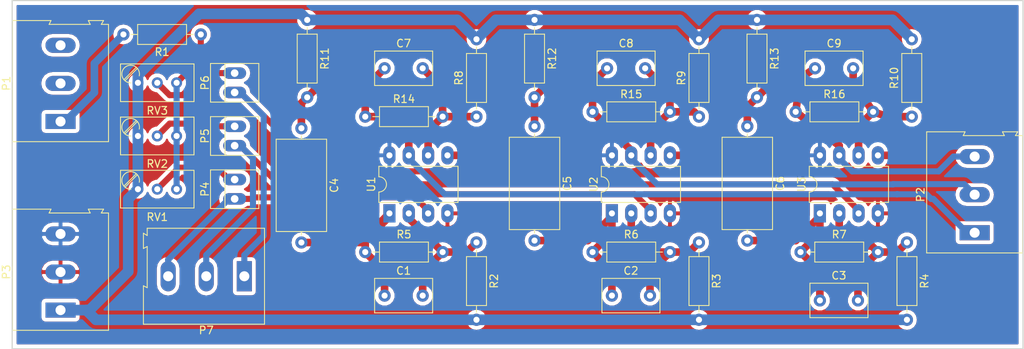
<source format=kicad_pcb>
(kicad_pcb (version 4) (host pcbnew 4.0.5)
  (layers (0 F.Cu signal) (31 B.Cu signal) (34 B.Paste user) (35 F.Paste user) (36 B.SilkS user) (37 F.SilkS user) (38 B.Mask user) (39 F.Mask user) (44 Edge.Cuts user))
  (net 0 "")
  (net 1 "Net-(C1-Pad1)")
  (net 2 "Net-(C1-Pad2)")
  (net 3 "Net-(C2-Pad1)")
  (net 4 "Net-(C2-Pad2)")
  (net 5 "Net-(C3-Pad1)")
  (net 6 "Net-(C3-Pad2)")
  (net 7 "Net-(C4-Pad1)")
  (net 8 "Net-(C5-Pad1)")
  (net 9 "Net-(C6-Pad1)")
  (net 10 DI)
  (net 11 "Net-(C7-Pad2)")
  (net 12 DII)
  (net 13 "Net-(C8-Pad2)")
  (net 14 DIII)
  (net 15 "Net-(C9-Pad2)")
  (net 16 Vin)
  (net 17 "Net-(P1-Pad2)")
  (net 18 "Net-(P1-Pad3)")
  (net 19 +2V5)
  (net 20 -5V)
  (net 21 +9V)
  (net 22 "Net-(R1-Pad1)")
  (net 23 DinIII)
  (net 24 DinII)
  (net 25 DinI)
  (net 26 "Net-(P4-Pad2)")
  (net 27 "Net-(P5-Pad2)")
  (net 28 "Net-(P6-Pad2)")
  (module Housings_DIP:DIP-8_W7.62mm_LongPads (layer F.Cu) (at 172.085 119.38 90)
    (fp_text reference U1 (at 3.81 -2.39 90) (layer F.SilkS))
    (fp_text value OPA2134)
    (pad 1 thru_hole rect (at 0 0 90) (size 2.4 1.6) (drill 0.8) (layers *.Cu *.Mask) (net 1 "Net-(C1-Pad1)"))
    (pad 5 thru_hole oval (at 7.62 7.62 90) (size 2.4 1.6) (drill 0.8) (layers *.Cu *.Mask) (net 7 "Net-(C4-Pad1)"))
    (pad 2 thru_hole oval (at 0 2.54 90) (size 2.4 1.6) (drill 0.8) (layers *.Cu *.Mask) (net 2 "Net-(C1-Pad2)"))
    (pad 6 thru_hole oval (at 7.62 5.08 90) (size 2.4 1.6) (drill 0.8) (layers *.Cu *.Mask) (net 11 "Net-(C7-Pad2)"))
    (pad 3 thru_hole oval (at 0 5.08 90) (size 2.4 1.6) (drill 0.8) (layers *.Cu *.Mask) (net 25 DinI))
    (pad 7 thru_hole oval (at 7.62 2.54 90) (size 2.4 1.6) (drill 0.8) (layers *.Cu *.Mask) (net 10 DI))
    (pad 4 thru_hole oval (at 0 7.62 90) (size 2.4 1.6) (drill 0.8) (layers *.Cu *.Mask) (net 20 -5V))
    (pad 8 thru_hole oval (at 7.62 0 90) (size 2.4 1.6) (drill 0.8) (layers *.Cu *.Mask) (net 21 +9V))
  )
  (module Capacitors_THT:C_Axial_L12.0mm_D6.5mm_P15.00mm_Horizontal (layer F.Cu) (at 160.528 108.204 270)
    (fp_text reference C4 (at 7.5 -4.31 270) (layer F.SilkS))
    (fp_text value 1u)
    (pad 1 thru_hole circle (at 0 0 270) (size 1.6 1.6) (drill 0.8) (layers *.Cu *.Mask) (net 7 "Net-(C4-Pad1)"))
    (pad 2 thru_hole oval (at 15 0 270) (size 1.6 1.6) (drill 0.8) (layers *.Cu *.Mask) (net 1 "Net-(C1-Pad1)"))
  )
  (module Capacitors_THT:C_Disc_D7.5mm_W4.4mm_P5.00mm (layer F.Cu) (at 171.45 130.175)
    (fp_text reference C1 (at 2.5 -3.26) (layer F.SilkS))
    (fp_text value 39n)
    (pad 1 thru_hole circle (at 0 0) (size 1.6 1.6) (drill 0.8) (layers *.Cu *.Mask) (net 1 "Net-(C1-Pad1)"))
    (pad 2 thru_hole circle (at 5 0) (size 1.6 1.6) (drill 0.8) (layers *.Cu *.Mask) (net 2 "Net-(C1-Pad2)"))
  )
  (module Capacitors_THT:C_Disc_D7.5mm_W4.4mm_P5.00mm (layer F.Cu) (at 201.295 130.175)
    (fp_text reference C2 (at 2.5 -3.26) (layer F.SilkS))
    (fp_text value 39n)
    (pad 1 thru_hole circle (at 0 0) (size 1.6 1.6) (drill 0.8) (layers *.Cu *.Mask) (net 3 "Net-(C2-Pad1)"))
    (pad 2 thru_hole circle (at 5 0) (size 1.6 1.6) (drill 0.8) (layers *.Cu *.Mask) (net 4 "Net-(C2-Pad2)"))
  )
  (module Capacitors_THT:C_Disc_D7.5mm_W4.4mm_P5.00mm (layer F.Cu) (at 228.6 130.81)
    (fp_text reference C3 (at 2.5 -3.26) (layer F.SilkS))
    (fp_text value 39n)
    (pad 1 thru_hole circle (at 0 0) (size 1.6 1.6) (drill 0.8) (layers *.Cu *.Mask) (net 5 "Net-(C3-Pad1)"))
    (pad 2 thru_hole circle (at 5 0) (size 1.6 1.6) (drill 0.8) (layers *.Cu *.Mask) (net 6 "Net-(C3-Pad2)"))
  )
  (module Capacitors_THT:C_Axial_L12.0mm_D6.5mm_P15.00mm_Horizontal (layer F.Cu) (at 191.135 107.95 270)
    (fp_text reference C5 (at 7.5 -4.31 270) (layer F.SilkS))
    (fp_text value 1u)
    (pad 1 thru_hole circle (at 0 0 270) (size 1.6 1.6) (drill 0.8) (layers *.Cu *.Mask) (net 8 "Net-(C5-Pad1)"))
    (pad 2 thru_hole oval (at 15 0 270) (size 1.6 1.6) (drill 0.8) (layers *.Cu *.Mask) (net 3 "Net-(C2-Pad1)"))
  )
  (module Capacitors_THT:C_Axial_L12.0mm_D6.5mm_P15.00mm_Horizontal (layer F.Cu) (at 219.075 107.95 270)
    (fp_text reference C6 (at 7.5 -4.31 270) (layer F.SilkS))
    (fp_text value 1u)
    (pad 1 thru_hole circle (at 0 0 270) (size 1.6 1.6) (drill 0.8) (layers *.Cu *.Mask) (net 9 "Net-(C6-Pad1)"))
    (pad 2 thru_hole oval (at 15 0 270) (size 1.6 1.6) (drill 0.8) (layers *.Cu *.Mask) (net 5 "Net-(C3-Pad1)"))
  )
  (module Capacitors_THT:C_Disc_D7.5mm_W4.4mm_P5.00mm (layer F.Cu) (at 171.45 100.33)
    (fp_text reference C7 (at 2.5 -3.26) (layer F.SilkS))
    (fp_text value 39n)
    (pad 1 thru_hole circle (at 0 0) (size 1.6 1.6) (drill 0.8) (layers *.Cu *.Mask) (net 10 DI))
    (pad 2 thru_hole circle (at 5 0) (size 1.6 1.6) (drill 0.8) (layers *.Cu *.Mask) (net 11 "Net-(C7-Pad2)"))
  )
  (module Capacitors_THT:C_Disc_D7.5mm_W4.4mm_P5.00mm (layer F.Cu) (at 200.66 100.33)
    (fp_text reference C8 (at 2.5 -3.26) (layer F.SilkS))
    (fp_text value 39n)
    (pad 1 thru_hole circle (at 0 0) (size 1.6 1.6) (drill 0.8) (layers *.Cu *.Mask) (net 12 DII))
    (pad 2 thru_hole circle (at 5 0) (size 1.6 1.6) (drill 0.8) (layers *.Cu *.Mask) (net 13 "Net-(C8-Pad2)"))
  )
  (module Capacitors_THT:C_Disc_D7.5mm_W4.4mm_P5.00mm (layer F.Cu) (at 227.965 100.33)
    (fp_text reference C9 (at 2.5 -3.26) (layer F.SilkS))
    (fp_text value 39n)
    (pad 1 thru_hole circle (at 0 0) (size 1.6 1.6) (drill 0.8) (layers *.Cu *.Mask) (net 14 DIII))
    (pad 2 thru_hole circle (at 5 0) (size 1.6 1.6) (drill 0.8) (layers *.Cu *.Mask) (net 15 "Net-(C9-Pad2)"))
  )
  (module Connectors:AK300-3 (layer F.Cu) (at 128.905 107.315 90)
    (fp_text reference P1 (at 5 -7.1 90) (layer F.SilkS))
    (fp_text value Entrada)
    (pad 1 thru_hole rect (at 0 0 90) (size 1.98 3.96) (drill 1.32) (layers *.Cu F.Paste F.Mask) (net 16 Vin))
    (pad 2 thru_hole oval (at 5 0 90) (size 1.98 3.96) (drill 1.32) (layers *.Cu F.Paste F.Mask) (net 17 "Net-(P1-Pad2)"))
    (pad 3 thru_hole oval (at 10 0 90) (size 1.98 3.96) (drill 1.32) (layers *.Cu F.Paste F.Mask) (net 18 "Net-(P1-Pad3)"))
  )
  (module Connectors:AK300-3 (layer F.Cu) (at 248.92 121.92 90)
    (fp_text reference P2 (at 5 -7.1 90) (layer F.SilkS))
    (fp_text value Saídas)
    (pad 1 thru_hole rect (at 0 0 90) (size 1.98 3.96) (drill 1.32) (layers *.Cu F.Paste F.Mask) (net 10 DI))
    (pad 2 thru_hole oval (at 5 0 90) (size 1.98 3.96) (drill 1.32) (layers *.Cu F.Paste F.Mask) (net 12 DII))
    (pad 3 thru_hole oval (at 10 0 90) (size 1.98 3.96) (drill 1.32) (layers *.Cu F.Paste F.Mask) (net 14 DIII))
  )
  (module Connectors:AK300-3 (layer F.Cu) (at 128.905 132.08 90)
    (fp_text reference P3 (at 5 -7.1 90) (layer F.SilkS))
    (fp_text value Alimentação)
    (pad 1 thru_hole rect (at 0 0 90) (size 1.98 3.96) (drill 1.32) (layers *.Cu F.Paste F.Mask) (net 19 +2V5))
    (pad 2 thru_hole oval (at 5 0 90) (size 1.98 3.96) (drill 1.32) (layers *.Cu F.Paste F.Mask) (net 20 -5V))
    (pad 3 thru_hole oval (at 10 0 90) (size 1.98 3.96) (drill 1.32) (layers *.Cu F.Paste F.Mask) (net 21 +9V))
  )
  (module Resistors_THT:R_Axial_DIN0207_L6.3mm_D2.5mm_P10.16mm_Horizontal (layer F.Cu) (at 147.32 95.885 180)
    (fp_text reference R1 (at 5.08 -2.31 180) (layer F.SilkS))
    (fp_text value 1M)
    (pad 1 thru_hole circle (at 0 0 180) (size 1.6 1.6) (drill 0.8) (layers *.Cu *.Mask) (net 22 "Net-(R1-Pad1)"))
    (pad 2 thru_hole oval (at 10.16 0 180) (size 1.6 1.6) (drill 0.8) (layers *.Cu *.Mask) (net 16 Vin))
  )
  (module Resistors_THT:R_Axial_DIN0207_L6.3mm_D2.5mm_P10.16mm_Horizontal (layer F.Cu) (at 183.515 123.19 270)
    (fp_text reference R2 (at 5.08 -2.31 270) (layer F.SilkS))
    (fp_text value 10k)
    (pad 1 thru_hole circle (at 0 0 270) (size 1.6 1.6) (drill 0.8) (layers *.Cu *.Mask) (net 2 "Net-(C1-Pad2)"))
    (pad 2 thru_hole oval (at 10.16 0 270) (size 1.6 1.6) (drill 0.8) (layers *.Cu *.Mask) (net 19 +2V5))
  )
  (module Resistors_THT:R_Axial_DIN0207_L6.3mm_D2.5mm_P10.16mm_Horizontal (layer F.Cu) (at 212.725 123.19 270)
    (fp_text reference R3 (at 5.08 -2.31 270) (layer F.SilkS))
    (fp_text value 10k)
    (pad 1 thru_hole circle (at 0 0 270) (size 1.6 1.6) (drill 0.8) (layers *.Cu *.Mask) (net 4 "Net-(C2-Pad2)"))
    (pad 2 thru_hole oval (at 10.16 0 270) (size 1.6 1.6) (drill 0.8) (layers *.Cu *.Mask) (net 19 +2V5))
  )
  (module Resistors_THT:R_Axial_DIN0207_L6.3mm_D2.5mm_P10.16mm_Horizontal (layer F.Cu) (at 240.03 123.19 270)
    (fp_text reference R4 (at 5.08 -2.31 270) (layer F.SilkS))
    (fp_text value 10k)
    (pad 1 thru_hole circle (at 0 0 270) (size 1.6 1.6) (drill 0.8) (layers *.Cu *.Mask) (net 6 "Net-(C3-Pad2)"))
    (pad 2 thru_hole oval (at 10.16 0 270) (size 1.6 1.6) (drill 0.8) (layers *.Cu *.Mask) (net 19 +2V5))
  )
  (module Resistors_THT:R_Axial_DIN0207_L6.3mm_D2.5mm_P10.16mm_Horizontal (layer F.Cu) (at 168.91 124.46)
    (fp_text reference R5 (at 5.08 -2.31) (layer F.SilkS))
    (fp_text value 100k)
    (pad 1 thru_hole circle (at 0 0) (size 1.6 1.6) (drill 0.8) (layers *.Cu *.Mask) (net 1 "Net-(C1-Pad1)"))
    (pad 2 thru_hole oval (at 10.16 0) (size 1.6 1.6) (drill 0.8) (layers *.Cu *.Mask) (net 2 "Net-(C1-Pad2)"))
  )
  (module Resistors_THT:R_Axial_DIN0207_L6.3mm_D2.5mm_P10.16mm_Horizontal (layer F.Cu) (at 198.755 124.46)
    (fp_text reference R6 (at 5.08 -2.31) (layer F.SilkS))
    (fp_text value 100k)
    (pad 1 thru_hole circle (at 0 0) (size 1.6 1.6) (drill 0.8) (layers *.Cu *.Mask) (net 3 "Net-(C2-Pad1)"))
    (pad 2 thru_hole oval (at 10.16 0) (size 1.6 1.6) (drill 0.8) (layers *.Cu *.Mask) (net 4 "Net-(C2-Pad2)"))
  )
  (module Resistors_THT:R_Axial_DIN0207_L6.3mm_D2.5mm_P10.16mm_Horizontal (layer F.Cu) (at 226.06 124.46)
    (fp_text reference R7 (at 5.08 -2.31) (layer F.SilkS))
    (fp_text value 100k)
    (pad 1 thru_hole circle (at 0 0) (size 1.6 1.6) (drill 0.8) (layers *.Cu *.Mask) (net 5 "Net-(C3-Pad1)"))
    (pad 2 thru_hole oval (at 10.16 0) (size 1.6 1.6) (drill 0.8) (layers *.Cu *.Mask) (net 6 "Net-(C3-Pad2)"))
  )
  (module Resistors_THT:R_Axial_DIN0207_L6.3mm_D2.5mm_P10.16mm_Horizontal (layer F.Cu) (at 183.515 106.68 90)
    (fp_text reference R8 (at 5.08 -2.31 90) (layer F.SilkS))
    (fp_text value 2k)
    (pad 1 thru_hole circle (at 0 0 90) (size 1.6 1.6) (drill 0.8) (layers *.Cu *.Mask) (net 11 "Net-(C7-Pad2)"))
    (pad 2 thru_hole oval (at 10.16 0 90) (size 1.6 1.6) (drill 0.8) (layers *.Cu *.Mask) (net 19 +2V5))
  )
  (module Resistors_THT:R_Axial_DIN0207_L6.3mm_D2.5mm_P10.16mm_Horizontal (layer F.Cu) (at 212.725 106.68 90)
    (fp_text reference R9 (at 5.08 -2.31 90) (layer F.SilkS))
    (fp_text value 2k)
    (pad 1 thru_hole circle (at 0 0 90) (size 1.6 1.6) (drill 0.8) (layers *.Cu *.Mask) (net 13 "Net-(C8-Pad2)"))
    (pad 2 thru_hole oval (at 10.16 0 90) (size 1.6 1.6) (drill 0.8) (layers *.Cu *.Mask) (net 19 +2V5))
  )
  (module Resistors_THT:R_Axial_DIN0207_L6.3mm_D2.5mm_P10.16mm_Horizontal (layer F.Cu) (at 240.665 106.68 90)
    (fp_text reference R10 (at 5.08 -2.31 90) (layer F.SilkS))
    (fp_text value 2k)
    (pad 1 thru_hole circle (at 0 0 90) (size 1.6 1.6) (drill 0.8) (layers *.Cu *.Mask) (net 15 "Net-(C9-Pad2)"))
    (pad 2 thru_hole oval (at 10.16 0 90) (size 1.6 1.6) (drill 0.8) (layers *.Cu *.Mask) (net 19 +2V5))
  )
  (module Resistors_THT:R_Axial_DIN0207_L6.3mm_D2.5mm_P10.16mm_Horizontal (layer F.Cu) (at 161.29 93.98 270)
    (fp_text reference R11 (at 5.08 -2.31 270) (layer F.SilkS))
    (fp_text value 318k)
    (pad 1 thru_hole circle (at 0 0 270) (size 1.6 1.6) (drill 0.8) (layers *.Cu *.Mask) (net 19 +2V5))
    (pad 2 thru_hole oval (at 10.16 0 270) (size 1.6 1.6) (drill 0.8) (layers *.Cu *.Mask) (net 7 "Net-(C4-Pad1)"))
  )
  (module Resistors_THT:R_Axial_DIN0207_L6.3mm_D2.5mm_P10.16mm_Horizontal (layer F.Cu) (at 191.135 93.98 270)
    (fp_text reference R12 (at 5.08 -2.31 270) (layer F.SilkS))
    (fp_text value 318k)
    (pad 1 thru_hole circle (at 0 0 270) (size 1.6 1.6) (drill 0.8) (layers *.Cu *.Mask) (net 19 +2V5))
    (pad 2 thru_hole oval (at 10.16 0 270) (size 1.6 1.6) (drill 0.8) (layers *.Cu *.Mask) (net 8 "Net-(C5-Pad1)"))
  )
  (module Resistors_THT:R_Axial_DIN0207_L6.3mm_D2.5mm_P10.16mm_Horizontal (layer F.Cu) (at 220.345 93.98 270)
    (fp_text reference R13 (at 5.08 -2.31 270) (layer F.SilkS))
    (fp_text value 318k)
    (pad 1 thru_hole circle (at 0 0 270) (size 1.6 1.6) (drill 0.8) (layers *.Cu *.Mask) (net 19 +2V5))
    (pad 2 thru_hole oval (at 10.16 0 270) (size 1.6 1.6) (drill 0.8) (layers *.Cu *.Mask) (net 9 "Net-(C6-Pad1)"))
  )
  (module Resistors_THT:R_Axial_DIN0207_L6.3mm_D2.5mm_P10.16mm_Horizontal (layer F.Cu) (at 168.91 106.68)
    (fp_text reference R14 (at 5.08 -2.31) (layer F.SilkS))
    (fp_text value 100k)
    (pad 1 thru_hole circle (at 0 0) (size 1.6 1.6) (drill 0.8) (layers *.Cu *.Mask) (net 10 DI))
    (pad 2 thru_hole oval (at 10.16 0) (size 1.6 1.6) (drill 0.8) (layers *.Cu *.Mask) (net 11 "Net-(C7-Pad2)"))
  )
  (module Resistors_THT:R_Axial_DIN0207_L6.3mm_D2.5mm_P10.16mm_Horizontal (layer F.Cu) (at 198.755 106.045)
    (fp_text reference R15 (at 5.08 -2.31) (layer F.SilkS))
    (fp_text value 100k)
    (pad 1 thru_hole circle (at 0 0) (size 1.6 1.6) (drill 0.8) (layers *.Cu *.Mask) (net 12 DII))
    (pad 2 thru_hole oval (at 10.16 0) (size 1.6 1.6) (drill 0.8) (layers *.Cu *.Mask) (net 13 "Net-(C8-Pad2)"))
  )
  (module Resistors_THT:R_Axial_DIN0207_L6.3mm_D2.5mm_P10.16mm_Horizontal (layer F.Cu) (at 225.425 106.045)
    (fp_text reference R16 (at 5.08 -2.31) (layer F.SilkS))
    (fp_text value 100k)
    (pad 1 thru_hole circle (at 0 0) (size 1.6 1.6) (drill 0.8) (layers *.Cu *.Mask) (net 14 DIII))
    (pad 2 thru_hole oval (at 10.16 0) (size 1.6 1.6) (drill 0.8) (layers *.Cu *.Mask) (net 15 "Net-(C9-Pad2)"))
  )
  (module Potentiometers:Potentiometer_Trimmer_Bourns_3296W (layer F.Cu) (at 139.065 116.205 180)
    (fp_text reference RV1 (at -2.54 -3.66 180) (layer F.SilkS))
    (fp_text value 20k)
    (pad 1 thru_hole circle (at 0 0 180) (size 1.44 1.44) (drill 0.8) (layers *.Cu *.Mask) (net 19 +2V5))
    (pad 2 thru_hole circle (at -2.54 0 180) (size 1.44 1.44) (drill 0.8) (layers *.Cu *.Mask) (net 26 "Net-(P4-Pad2)"))
    (pad 3 thru_hole circle (at -5.08 0 180) (size 1.44 1.44) (drill 0.8) (layers *.Cu *.Mask) (net 22 "Net-(R1-Pad1)"))
  )
  (module Potentiometers:Potentiometer_Trimmer_Bourns_3296W (layer F.Cu) (at 139.065 109.22 180)
    (fp_text reference RV2 (at -2.54 -3.66 180) (layer F.SilkS))
    (fp_text value 20k)
    (pad 1 thru_hole circle (at 0 0 180) (size 1.44 1.44) (drill 0.8) (layers *.Cu *.Mask) (net 19 +2V5))
    (pad 2 thru_hole circle (at -2.54 0 180) (size 1.44 1.44) (drill 0.8) (layers *.Cu *.Mask) (net 27 "Net-(P5-Pad2)"))
    (pad 3 thru_hole circle (at -5.08 0 180) (size 1.44 1.44) (drill 0.8) (layers *.Cu *.Mask) (net 22 "Net-(R1-Pad1)"))
  )
  (module Potentiometers:Potentiometer_Trimmer_Bourns_3296W (layer F.Cu) (at 139.065 102.235 180)
    (fp_text reference RV3 (at -2.54 -3.66 180) (layer F.SilkS))
    (fp_text value 20k)
    (pad 1 thru_hole circle (at 0 0 180) (size 1.44 1.44) (drill 0.8) (layers *.Cu *.Mask) (net 19 +2V5))
    (pad 2 thru_hole circle (at -2.54 0 180) (size 1.44 1.44) (drill 0.8) (layers *.Cu *.Mask) (net 28 "Net-(P6-Pad2)"))
    (pad 3 thru_hole circle (at -5.08 0 180) (size 1.44 1.44) (drill 0.8) (layers *.Cu *.Mask) (net 22 "Net-(R1-Pad1)"))
  )
  (module Housings_DIP:DIP-8_W7.62mm_LongPads (layer F.Cu) (at 201.295 119.38 90)
    (fp_text reference U2 (at 3.81 -2.39 90) (layer F.SilkS))
    (fp_text value OPA2134)
    (pad 1 thru_hole rect (at 0 0 90) (size 2.4 1.6) (drill 0.8) (layers *.Cu *.Mask) (net 3 "Net-(C2-Pad1)"))
    (pad 5 thru_hole oval (at 7.62 7.62 90) (size 2.4 1.6) (drill 0.8) (layers *.Cu *.Mask) (net 8 "Net-(C5-Pad1)"))
    (pad 2 thru_hole oval (at 0 2.54 90) (size 2.4 1.6) (drill 0.8) (layers *.Cu *.Mask) (net 4 "Net-(C2-Pad2)"))
    (pad 6 thru_hole oval (at 7.62 5.08 90) (size 2.4 1.6) (drill 0.8) (layers *.Cu *.Mask) (net 13 "Net-(C8-Pad2)"))
    (pad 3 thru_hole oval (at 0 5.08 90) (size 2.4 1.6) (drill 0.8) (layers *.Cu *.Mask) (net 24 DinII))
    (pad 7 thru_hole oval (at 7.62 2.54 90) (size 2.4 1.6) (drill 0.8) (layers *.Cu *.Mask) (net 12 DII))
    (pad 4 thru_hole oval (at 0 7.62 90) (size 2.4 1.6) (drill 0.8) (layers *.Cu *.Mask) (net 20 -5V))
    (pad 8 thru_hole oval (at 7.62 0 90) (size 2.4 1.6) (drill 0.8) (layers *.Cu *.Mask) (net 21 +9V))
  )
  (module Housings_DIP:DIP-8_W7.62mm_LongPads (layer F.Cu) (at 228.6 119.38 90)
    (fp_text reference U3 (at 3.81 -2.39 90) (layer F.SilkS))
    (fp_text value OPA2134)
    (pad 1 thru_hole rect (at 0 0 90) (size 2.4 1.6) (drill 0.8) (layers *.Cu *.Mask) (net 5 "Net-(C3-Pad1)"))
    (pad 5 thru_hole oval (at 7.62 7.62 90) (size 2.4 1.6) (drill 0.8) (layers *.Cu *.Mask) (net 9 "Net-(C6-Pad1)"))
    (pad 2 thru_hole oval (at 0 2.54 90) (size 2.4 1.6) (drill 0.8) (layers *.Cu *.Mask) (net 6 "Net-(C3-Pad2)"))
    (pad 6 thru_hole oval (at 7.62 5.08 90) (size 2.4 1.6) (drill 0.8) (layers *.Cu *.Mask) (net 15 "Net-(C9-Pad2)"))
    (pad 3 thru_hole oval (at 0 5.08 90) (size 2.4 1.6) (drill 0.8) (layers *.Cu *.Mask) (net 23 DinIII))
    (pad 7 thru_hole oval (at 7.62 2.54 90) (size 2.4 1.6) (drill 0.8) (layers *.Cu *.Mask) (net 14 DIII))
    (pad 4 thru_hole oval (at 0 7.62 90) (size 2.4 1.6) (drill 0.8) (layers *.Cu *.Mask) (net 20 -5V))
    (pad 8 thru_hole oval (at 7.62 0 90) (size 2.4 1.6) (drill 0.8) (layers *.Cu *.Mask) (net 21 +9V))
  )
  (module Connectors:AK300-3 (layer F.Cu) (at 153.035 127.635 180)
    (fp_text reference P7 (at 5 -7.1 180) (layer F.SilkS))
    (fp_text value Derivações)
    (pad 1 thru_hole rect (at 0 0 180) (size 1.98 3.96) (drill 1.32) (layers *.Cu F.Paste F.Mask) (net 23 DinIII))
    (pad 2 thru_hole oval (at 5 0 180) (size 1.98 3.96) (drill 1.32) (layers *.Cu F.Paste F.Mask) (net 24 DinII))
    (pad 3 thru_hole oval (at 10 0 180) (size 1.98 3.96) (drill 1.32) (layers *.Cu F.Paste F.Mask) (net 25 DinI))
  )
  (module Connectors:PINHEAD1-2 (layer F.Cu) (at 151.765 117.475 90)
    (fp_text reference P4 (at 1.27 -3.9 90) (layer F.SilkS))
    (fp_text value CONN_01X02)
    (pad 1 thru_hole oval (at 0 0 90) (size 1.51 3.01) (drill 1) (layers *.Cu *.Mask) (net 25 DinI))
    (pad 2 thru_hole oval (at 2.54 0 90) (size 1.51 3.01) (drill 1) (layers *.Cu *.Mask) (net 26 "Net-(P4-Pad2)"))
  )
  (module Connectors:PINHEAD1-2 (layer F.Cu) (at 151.765 110.49 90)
    (fp_text reference P5 (at 1.27 -3.9 90) (layer F.SilkS))
    (fp_text value CONN_01X02)
    (pad 1 thru_hole oval (at 0 0 90) (size 1.51 3.01) (drill 1) (layers *.Cu *.Mask) (net 24 DinII))
    (pad 2 thru_hole oval (at 2.54 0 90) (size 1.51 3.01) (drill 1) (layers *.Cu *.Mask) (net 27 "Net-(P5-Pad2)"))
  )
  (module Connectors:PINHEAD1-2 (layer F.Cu) (at 151.765 103.505 90)
    (fp_text reference P6 (at 1.27 -3.9 90) (layer F.SilkS))
    (fp_text value CONN_01X02)
    (pad 1 thru_hole oval (at 0 0 90) (size 1.51 3.01) (drill 1) (layers *.Cu *.Mask) (net 23 DinIII))
    (pad 2 thru_hole oval (at 2.54 0 90) (size 1.51 3.01) (drill 1) (layers *.Cu *.Mask) (net 28 "Net-(P6-Pad2)"))
  )
  (gr_line (start 255.27 91.44) (end 255.27 137.16) (angle 90) (layer Edge.Cuts) (width 0.15))
  (gr_line (start 255.27 137.16) (end 122.555 137.16) (angle 90) (layer Edge.Cuts) (width 0.15))
  (gr_line (start 122.555 91.44) (end 255.27 91.44) (angle 90) (layer Edge.Cuts) (width 0.15))
  (gr_line (start 122.555 137.16) (end 122.555 91.44) (angle 90) (layer Edge.Cuts) (width 0.15))
  (segment (start 160.528 123.204) (end 168.661 123.204) (width 1) (layer F.Cu) (net 1))
  (segment (start 168.661 123.204) (end 172.085 119.78) (width 1) (layer F.Cu) (net 1))
  (segment (start 172.085 119.78) (end 172.085 119.38) (width 1) (layer F.Cu) (net 1))
  (segment (start 171.45 130.175) (end 171.45 127) (width 1) (layer F.Cu) (net 1))
  (segment (start 171.45 127) (end 168.91 124.46) (width 1) (layer F.Cu) (net 1))
  (segment (start 168.91 124.46) (end 168.91 122.555) (width 1) (layer F.Cu) (net 1))
  (segment (start 168.91 122.555) (end 172.085 119.38) (width 1) (layer F.Cu) (net 1))
  (segment (start 179.07 124.46) (end 182.245 124.46) (width 1) (layer F.Cu) (net 2))
  (segment (start 182.245 124.46) (end 183.515 123.19) (width 1) (layer F.Cu) (net 2))
  (segment (start 176.45 130.175) (end 176.45 127.08) (width 1) (layer F.Cu) (net 2))
  (segment (start 176.45 127.08) (end 179.07 124.46) (width 1) (layer F.Cu) (net 2))
  (segment (start 179.07 124.46) (end 174.625 120.015) (width 1) (layer F.Cu) (net 2))
  (segment (start 174.625 120.015) (end 174.625 119.38) (width 1) (layer F.Cu) (net 2))
  (segment (start 191.135 122.95) (end 198.125 122.95) (width 1) (layer F.Cu) (net 3))
  (segment (start 198.125 122.95) (end 201.295 119.78) (width 1) (layer F.Cu) (net 3))
  (segment (start 201.295 119.78) (end 201.295 119.38) (width 1) (layer F.Cu) (net 3))
  (segment (start 201.295 130.175) (end 201.295 127) (width 1) (layer F.Cu) (net 3))
  (segment (start 201.295 127) (end 198.755 124.46) (width 1) (layer F.Cu) (net 3))
  (segment (start 201.295 119.38) (end 201.295 121.92) (width 1) (layer F.Cu) (net 3))
  (segment (start 201.295 121.92) (end 198.755 124.46) (width 1) (layer F.Cu) (net 3))
  (segment (start 208.915 124.46) (end 211.455 124.46) (width 1) (layer F.Cu) (net 4))
  (segment (start 211.455 124.46) (end 212.725 123.19) (width 1) (layer F.Cu) (net 4))
  (segment (start 203.835 119.38) (end 203.835 121.58) (width 1) (layer F.Cu) (net 4))
  (segment (start 203.835 121.58) (end 206.715 124.46) (width 1) (layer F.Cu) (net 4))
  (segment (start 206.715 124.46) (end 208.915 124.46) (width 1) (layer F.Cu) (net 4))
  (segment (start 206.295 130.175) (end 206.295 127.08) (width 1) (layer F.Cu) (net 4))
  (segment (start 206.295 127.08) (end 208.915 124.46) (width 1) (layer F.Cu) (net 4))
  (segment (start 219.075 122.95) (end 225.43 122.95) (width 1) (layer F.Cu) (net 5))
  (segment (start 225.43 122.95) (end 228.6 119.78) (width 1) (layer F.Cu) (net 5))
  (segment (start 228.6 119.78) (end 228.6 119.38) (width 1) (layer F.Cu) (net 5))
  (segment (start 228.6 130.81) (end 228.6 127) (width 1) (layer F.Cu) (net 5))
  (segment (start 228.6 127) (end 226.06 124.46) (width 1) (layer F.Cu) (net 5))
  (segment (start 228.6 119.38) (end 228.6 121.92) (width 1) (layer F.Cu) (net 5))
  (segment (start 228.6 121.92) (end 226.06 124.46) (width 1) (layer F.Cu) (net 5))
  (segment (start 236.22 124.46) (end 238.76 124.46) (width 1) (layer F.Cu) (net 6))
  (segment (start 238.76 124.46) (end 240.03 123.19) (width 1) (layer F.Cu) (net 6))
  (segment (start 236.22 124.46) (end 235.420001 123.660001) (width 1) (layer F.Cu) (net 6))
  (segment (start 235.420001 123.660001) (end 233.220001 123.660001) (width 1) (layer F.Cu) (net 6))
  (segment (start 233.220001 123.660001) (end 231.14 121.58) (width 1) (layer F.Cu) (net 6))
  (segment (start 231.14 121.58) (end 231.14 119.38) (width 1) (layer F.Cu) (net 6))
  (segment (start 233.6 130.81) (end 233.6 127.08) (width 1) (layer F.Cu) (net 6))
  (segment (start 233.6 127.08) (end 236.22 124.46) (width 1) (layer F.Cu) (net 6))
  (segment (start 179.705 111.76) (end 181.505 111.76) (width 1) (layer F.Cu) (net 7))
  (segment (start 181.505 111.76) (end 185.315001 107.949999) (width 1) (layer F.Cu) (net 7))
  (segment (start 185.315001 107.949999) (end 185.315001 105.815999) (width 1) (layer F.Cu) (net 7))
  (segment (start 185.315001 105.815999) (end 178.029001 98.529999) (width 1) (layer F.Cu) (net 7))
  (segment (start 178.029001 98.529999) (end 166.900001 98.529999) (width 1) (layer F.Cu) (net 7))
  (segment (start 166.900001 98.529999) (end 162.089999 103.340001) (width 1) (layer F.Cu) (net 7))
  (segment (start 162.089999 103.340001) (end 161.29 104.14) (width 1) (layer F.Cu) (net 7))
  (segment (start 160.528 108.204) (end 160.528 104.902) (width 1) (layer F.Cu) (net 7))
  (segment (start 160.528 104.902) (end 161.29 104.14) (width 1) (layer F.Cu) (net 7))
  (segment (start 208.915 111.76) (end 210.715 111.76) (width 1) (layer F.Cu) (net 8))
  (segment (start 210.715 111.76) (end 214.525001 107.949999) (width 1) (layer F.Cu) (net 8))
  (segment (start 214.525001 107.949999) (end 214.525001 105.815999) (width 1) (layer F.Cu) (net 8))
  (segment (start 214.525001 105.815999) (end 207.239001 98.529999) (width 1) (layer F.Cu) (net 8))
  (segment (start 207.239001 98.529999) (end 196.745001 98.529999) (width 1) (layer F.Cu) (net 8))
  (segment (start 196.745001 98.529999) (end 191.934999 103.340001) (width 1) (layer F.Cu) (net 8))
  (segment (start 191.934999 103.340001) (end 191.135 104.14) (width 1) (layer F.Cu) (net 8))
  (segment (start 191.135 107.95) (end 191.135 104.14) (width 1) (layer F.Cu) (net 8))
  (segment (start 236.22 111.76) (end 238.249002 111.76) (width 1) (layer F.Cu) (net 9))
  (segment (start 238.249002 111.76) (end 242.465001 107.544001) (width 1) (layer F.Cu) (net 9))
  (segment (start 242.465001 107.544001) (end 242.465001 105.815999) (width 1) (layer F.Cu) (net 9))
  (segment (start 242.465001 105.815999) (end 235.179001 98.529999) (width 1) (layer F.Cu) (net 9))
  (segment (start 235.179001 98.529999) (end 225.955001 98.529999) (width 1) (layer F.Cu) (net 9))
  (segment (start 225.955001 98.529999) (end 221.144999 103.340001) (width 1) (layer F.Cu) (net 9))
  (segment (start 221.144999 103.340001) (end 220.345 104.14) (width 1) (layer F.Cu) (net 9))
  (segment (start 219.075 107.95) (end 219.075 105.41) (width 1) (layer F.Cu) (net 9))
  (segment (start 219.075 105.41) (end 220.345 104.14) (width 1) (layer F.Cu) (net 9))
  (segment (start 238.72999 116.87001) (end 242.60001 116.87001) (width 0.8) (layer B.Cu) (net 10))
  (segment (start 242.60001 116.87001) (end 243.205 117.475) (width 0.8) (layer B.Cu) (net 10))
  (segment (start 243.205 117.475) (end 243.485 117.475) (width 0.8) (layer B.Cu) (net 10))
  (segment (start 243.485 117.475) (end 247.93 121.92) (width 0.8) (layer B.Cu) (net 10))
  (segment (start 247.93 121.92) (end 248.92 121.92) (width 0.8) (layer B.Cu) (net 10))
  (segment (start 238.72999 116.87001) (end 238.76 116.84) (width 0.8) (layer B.Cu) (net 10))
  (segment (start 179.33501 116.87001) (end 238.72999 116.87001) (width 0.8) (layer B.Cu) (net 10))
  (segment (start 174.625 112.16) (end 179.33501 116.87001) (width 0.8) (layer B.Cu) (net 10))
  (segment (start 174.625 111.76) (end 174.625 112.16) (width 0.8) (layer B.Cu) (net 10))
  (segment (start 168.91 106.68) (end 168.91 102.87) (width 1) (layer F.Cu) (net 10))
  (segment (start 168.91 102.87) (end 171.45 100.33) (width 1) (layer F.Cu) (net 10))
  (segment (start 174.625 111.76) (end 174.625 109.56) (width 1) (layer F.Cu) (net 10))
  (segment (start 174.625 109.56) (end 171.745 106.68) (width 1) (layer F.Cu) (net 10))
  (segment (start 171.745 106.68) (end 170.04137 106.68) (width 1) (layer F.Cu) (net 10))
  (segment (start 170.04137 106.68) (end 168.91 106.68) (width 1) (layer F.Cu) (net 10))
  (segment (start 179.07 106.68) (end 179.07 102.95) (width 1) (layer F.Cu) (net 11))
  (segment (start 179.07 102.95) (end 176.45 100.33) (width 1) (layer F.Cu) (net 11))
  (segment (start 179.07 106.68) (end 183.515 106.68) (width 1) (layer F.Cu) (net 11))
  (segment (start 177.8 107.95) (end 179.07 106.68) (width 1) (layer F.Cu) (net 11))
  (segment (start 177.165 111.76) (end 177.165 108.585) (width 1) (layer F.Cu) (net 11))
  (segment (start 177.165 108.585) (end 177.8 107.95) (width 1) (layer F.Cu) (net 11))
  (segment (start 203.835 111.76) (end 203.835 112.16) (width 0.8) (layer B.Cu) (net 12))
  (segment (start 203.835 112.16) (end 207.245 115.57) (width 0.8) (layer B.Cu) (net 12))
  (segment (start 207.245 115.57) (end 238.19151 115.57) (width 0.8) (layer B.Cu) (net 12))
  (segment (start 238.19151 115.57) (end 238.221518 115.539992) (width 0.8) (layer B.Cu) (net 12))
  (segment (start 238.221518 115.539992) (end 247.539992 115.539992) (width 0.8) (layer B.Cu) (net 12))
  (segment (start 247.539992 115.539992) (end 248.92 116.92) (width 0.8) (layer B.Cu) (net 12))
  (segment (start 198.755 106.045) (end 198.755 102.235) (width 1) (layer F.Cu) (net 12))
  (segment (start 198.755 102.235) (end 200.66 100.33) (width 1) (layer F.Cu) (net 12))
  (segment (start 203.835 111.76) (end 203.835 111.125) (width 1) (layer F.Cu) (net 12))
  (segment (start 203.835 111.125) (end 198.755 106.045) (width 1) (layer F.Cu) (net 12))
  (segment (start 208.915 106.045) (end 208.915 103.585) (width 1) (layer F.Cu) (net 13))
  (segment (start 208.915 103.585) (end 205.66 100.33) (width 1) (layer F.Cu) (net 13))
  (segment (start 208.915 106.045) (end 212.09 106.045) (width 1) (layer F.Cu) (net 13))
  (segment (start 212.09 106.045) (end 212.725 106.68) (width 1) (layer F.Cu) (net 13))
  (segment (start 206.375 111.76) (end 206.375 108.585) (width 1) (layer F.Cu) (net 13))
  (segment (start 206.375 108.585) (end 208.915 106.045) (width 1) (layer F.Cu) (net 13))
  (segment (start 231.14 111.76) (end 231.14 112.16) (width 0.8) (layer B.Cu) (net 14))
  (segment (start 231.14 112.16) (end 232.84001 113.86001) (width 0.8) (layer B.Cu) (net 14))
  (segment (start 232.84001 113.86001) (end 244.19999 113.86001) (width 0.8) (layer B.Cu) (net 14))
  (segment (start 244.19999 113.86001) (end 246.14 111.92) (width 0.8) (layer B.Cu) (net 14))
  (segment (start 246.14 111.92) (end 248.92 111.92) (width 0.8) (layer B.Cu) (net 14))
  (segment (start 225.425 106.045) (end 226.06 101.6) (width 1) (layer F.Cu) (net 14))
  (segment (start 226.06 101.6) (end 227.965 100.33) (width 1) (layer F.Cu) (net 14))
  (segment (start 231.14 111.76) (end 231.14 110.49) (width 1) (layer F.Cu) (net 14))
  (segment (start 231.14 110.49) (end 225.425 106.045) (width 1) (layer F.Cu) (net 14))
  (segment (start 240.665 106.68) (end 237.49 106.68) (width 1) (layer F.Cu) (net 15))
  (segment (start 237.49 106.68) (end 235.585 106.045) (width 1) (layer F.Cu) (net 15))
  (segment (start 232.965 100.33) (end 232.965 102.155) (width 1) (layer F.Cu) (net 15))
  (segment (start 232.965 102.155) (end 235.585 106.045) (width 1) (layer F.Cu) (net 15))
  (segment (start 233.68 111.76) (end 233.68 107.95) (width 1) (layer F.Cu) (net 15))
  (segment (start 233.68 107.95) (end 235.585 106.045) (width 1) (layer F.Cu) (net 15))
  (segment (start 128.905 107.315) (end 129.54 107.315) (width 1) (layer B.Cu) (net 16))
  (segment (start 129.54 107.315) (end 133.35 103.505) (width 1) (layer B.Cu) (net 16))
  (segment (start 133.35 99.695) (end 137.16 95.885) (width 1) (layer B.Cu) (net 16))
  (segment (start 133.35 103.505) (end 133.35 99.695) (width 1) (layer B.Cu) (net 16))
  (segment (start 129.895 107.315) (end 128.905 107.315) (width 0.8) (layer F.Cu) (net 16))
  (segment (start 212.725 133.35) (end 183.515 133.35) (width 1.4) (layer B.Cu) (net 19))
  (segment (start 240.03 133.35) (end 238.89863 133.35) (width 1.4) (layer B.Cu) (net 19))
  (segment (start 238.89863 133.35) (end 212.725 133.35) (width 1.4) (layer B.Cu) (net 19))
  (segment (start 220.345 93.98) (end 238.125 93.98) (width 1.4) (layer B.Cu) (net 19))
  (segment (start 238.125 93.98) (end 240.665 96.52) (width 1.4) (layer B.Cu) (net 19))
  (segment (start 212.725 96.52) (end 215.265 93.98) (width 1.4) (layer B.Cu) (net 19))
  (segment (start 215.265 93.98) (end 220.345 93.98) (width 1.4) (layer B.Cu) (net 19))
  (segment (start 191.135 93.98) (end 210.185 93.98) (width 1.4) (layer B.Cu) (net 19))
  (segment (start 210.185 93.98) (end 212.725 96.52) (width 1.4) (layer B.Cu) (net 19))
  (segment (start 186.055 93.98) (end 191.135 93.98) (width 1.4) (layer B.Cu) (net 19))
  (segment (start 183.515 96.52) (end 186.055 93.98) (width 1.4) (layer B.Cu) (net 19))
  (segment (start 161.29 93.98) (end 180.975 93.98) (width 1.4) (layer B.Cu) (net 19))
  (segment (start 180.975 93.98) (end 183.515 96.52) (width 1.4) (layer B.Cu) (net 19))
  (segment (start 139.065 102.235) (end 139.065 101.216767) (width 1.4) (layer B.Cu) (net 19))
  (segment (start 139.065 101.216767) (end 147.101766 93.180001) (width 1.4) (layer B.Cu) (net 19))
  (segment (start 147.101766 93.180001) (end 160.490001 93.180001) (width 1.4) (layer B.Cu) (net 19))
  (segment (start 160.490001 93.180001) (end 161.29 93.98) (width 1.4) (layer B.Cu) (net 19))
  (segment (start 139.065 109.22) (end 139.065 102.235) (width 1.4) (layer B.Cu) (net 19))
  (segment (start 139.065 116.205) (end 139.065 109.22) (width 1.4) (layer B.Cu) (net 19))
  (segment (start 137.795 127) (end 137.795 117.475) (width 1.4) (layer B.Cu) (net 19))
  (segment (start 137.795 117.475) (end 139.065 116.205) (width 1.4) (layer B.Cu) (net 19))
  (segment (start 132.715 132.08) (end 137.795 127) (width 1.4) (layer B.Cu) (net 19))
  (segment (start 132.285 132.08) (end 132.715 132.08) (width 1.4) (layer B.Cu) (net 19))
  (segment (start 128.905 132.08) (end 132.285 132.08) (width 1.4) (layer B.Cu) (net 19))
  (segment (start 132.285 132.08) (end 133.555 133.35) (width 1.4) (layer B.Cu) (net 19))
  (segment (start 133.555 133.35) (end 182.38363 133.35) (width 1.4) (layer B.Cu) (net 19))
  (segment (start 182.38363 133.35) (end 183.515 133.35) (width 1.4) (layer B.Cu) (net 19))
  (segment (start 129.895 132.08) (end 128.905 132.08) (width 1) (layer F.Cu) (net 19))
  (segment (start 172.085 111.76) (end 172.085 111.36) (width 1) (layer F.Cu) (net 21))
  (segment (start 144.145 109.22) (end 144.145 116.205) (width 0.8) (layer B.Cu) (net 22))
  (segment (start 144.145 102.235) (end 144.145 109.22) (width 0.8) (layer B.Cu) (net 22))
  (segment (start 147.32 95.885) (end 147.32 99.06) (width 0.8) (layer F.Cu) (net 22))
  (segment (start 147.32 99.06) (end 144.145 102.235) (width 0.8) (layer F.Cu) (net 22))
  (segment (start 155.575 122.315) (end 155.575 106.565) (width 0.8) (layer B.Cu) (net 23))
  (segment (start 155.575 106.565) (end 152.515 103.505) (width 0.8) (layer B.Cu) (net 23))
  (segment (start 152.515 103.505) (end 151.765 103.505) (width 0.8) (layer B.Cu) (net 23))
  (segment (start 153.035 127.635) (end 153.035 124.855) (width 0.8) (layer B.Cu) (net 23))
  (segment (start 153.035 124.855) (end 155.575 122.315) (width 0.8) (layer B.Cu) (net 23))
  (segment (start 233.68 118.98) (end 230.27 115.57) (width 0.8) (layer F.Cu) (net 23))
  (segment (start 230.27 115.57) (end 179.07 115.57) (width 0.8) (layer F.Cu) (net 23))
  (segment (start 179.07 115.57) (end 177.36001 113.86001) (width 0.8) (layer F.Cu) (net 23))
  (segment (start 177.36001 113.86001) (end 162.87001 113.86001) (width 0.8) (layer F.Cu) (net 23))
  (segment (start 162.87001 113.86001) (end 152.515 103.505) (width 0.8) (layer F.Cu) (net 23))
  (segment (start 152.515 103.505) (end 151.765 103.505) (width 0.8) (layer F.Cu) (net 23))
  (segment (start 233.68 119.38) (end 233.68 118.98) (width 0.6) (layer F.Cu) (net 23))
  (segment (start 148.035 127.635) (end 148.035 124.855) (width 0.8) (layer B.Cu) (net 24))
  (segment (start 148.035 124.855) (end 154.17001 118.71999) (width 0.8) (layer B.Cu) (net 24))
  (segment (start 154.17001 118.71999) (end 154.17001 112.14501) (width 0.8) (layer B.Cu) (net 24))
  (segment (start 154.17001 112.14501) (end 152.515 110.49) (width 0.8) (layer B.Cu) (net 24))
  (segment (start 152.515 110.49) (end 151.765 110.49) (width 0.8) (layer B.Cu) (net 24))
  (segment (start 152.515 110.49) (end 151.765 110.49) (width 0.8) (layer F.Cu) (net 24))
  (segment (start 157.595 115.57) (end 152.515 110.49) (width 0.8) (layer F.Cu) (net 24))
  (segment (start 177.231508 115.57) (end 157.595 115.57) (width 0.8) (layer F.Cu) (net 24))
  (segment (start 178.531518 116.870011) (end 177.231508 115.57) (width 0.8) (layer F.Cu) (net 24))
  (segment (start 204.265011 116.870011) (end 178.531518 116.870011) (width 0.8) (layer F.Cu) (net 24))
  (segment (start 206.375 118.98) (end 204.265011 116.870011) (width 0.8) (layer F.Cu) (net 24))
  (segment (start 206.375 119.38) (end 206.375 118.98) (width 0.6) (layer F.Cu) (net 24))
  (segment (start 143.035 127.635) (end 143.035 125.455) (width 0.8) (layer B.Cu) (net 25))
  (segment (start 143.035 125.455) (end 151.015 117.475) (width 0.8) (layer B.Cu) (net 25))
  (segment (start 151.015 117.475) (end 151.765 117.475) (width 0.8) (layer B.Cu) (net 25))
  (segment (start 177.165 119.38) (end 177.165 118.98) (width 0.8) (layer F.Cu) (net 25))
  (segment (start 177.165 118.98) (end 175.464999 117.279999) (width 0.8) (layer F.Cu) (net 25))
  (segment (start 175.464999 117.279999) (end 154.265001 117.279999) (width 0.8) (layer F.Cu) (net 25))
  (segment (start 154.265001 117.279999) (end 154.07 117.475) (width 0.8) (layer F.Cu) (net 25))
  (segment (start 154.07 117.475) (end 151.765 117.475) (width 0.8) (layer F.Cu) (net 25))
  (segment (start 151.765 114.935) (end 151.015 114.935) (width 0.8) (layer F.Cu) (net 26))
  (segment (start 151.015 114.935) (end 149.46 113.38) (width 0.8) (layer F.Cu) (net 26))
  (segment (start 149.46 113.38) (end 144.43 113.38) (width 0.8) (layer F.Cu) (net 26))
  (segment (start 144.43 113.38) (end 142.324999 115.485001) (width 0.8) (layer F.Cu) (net 26))
  (segment (start 142.324999 115.485001) (end 141.605 116.205) (width 0.8) (layer F.Cu) (net 26))
  (segment (start 151.765 107.95) (end 149.46 107.95) (width 0.8) (layer F.Cu) (net 27))
  (segment (start 149.46 107.95) (end 149.109999 107.599999) (width 0.8) (layer F.Cu) (net 27))
  (segment (start 149.109999 107.599999) (end 143.225001 107.599999) (width 0.8) (layer F.Cu) (net 27))
  (segment (start 143.225001 107.599999) (end 142.324999 108.500001) (width 0.8) (layer F.Cu) (net 27))
  (segment (start 142.324999 108.500001) (end 141.605 109.22) (width 0.8) (layer F.Cu) (net 27))
  (segment (start 142.324999 102.954999) (end 141.605 102.235) (width 0.8) (layer F.Cu) (net 28))
  (segment (start 143.225001 103.855001) (end 142.324999 102.954999) (width 0.8) (layer F.Cu) (net 28))
  (segment (start 144.922601 103.855001) (end 143.225001 103.855001) (width 0.8) (layer F.Cu) (net 28))
  (segment (start 147.812602 100.965) (end 144.922601 103.855001) (width 0.8) (layer F.Cu) (net 28))
  (segment (start 151.765 100.965) (end 147.812602 100.965) (width 0.8) (layer F.Cu) (net 28))
  (zone (net 20) (net_name -5V) (layer F.Cu) (connect_pads (clearance 0.508)) (min_thickness 0.254) (fill yes (arc_segments 16) (thermal_gap 0.508) (thermal_bridge_width 0.508))
    (polygon (pts (xy 255.27 137.16) (xy 122.555 137.16) (xy 122.555 91.44) (xy 255.27 91.44)))
  )
  (zone (net 21) (net_name +9V) (layer B.Cu) (connect_pads (clearance 0.508)) (min_thickness 0.254) (fill yes (arc_segments 16) (thermal_gap 0.508) (thermal_bridge_width 0.508))
    (polygon (pts (xy 255.27 137.16) (xy 122.555 137.16) (xy 122.555 91.44) (xy 255.27 91.44)))
  )
)
</source>
